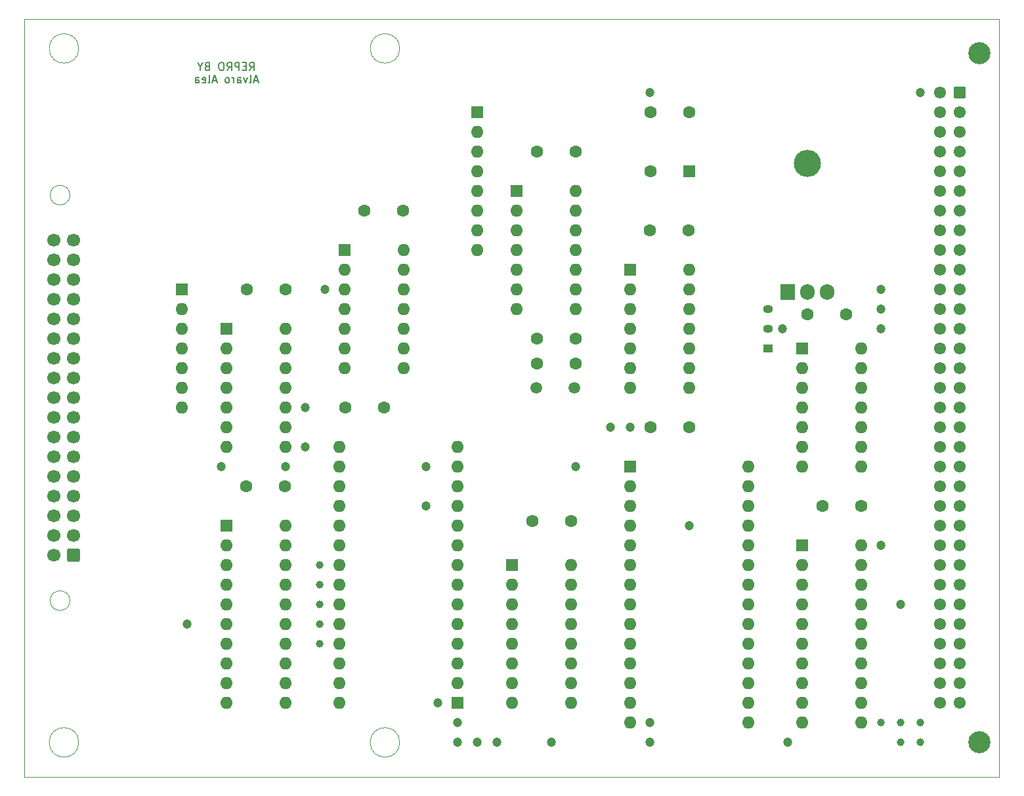
<source format=gbr>
%TF.GenerationSoftware,KiCad,Pcbnew,7.0.5-4d25ed1034~172~ubuntu22.04.1*%
%TF.CreationDate,2023-06-16T17:29:37+02:00*%
%TF.ProjectId,qdisk_v4,71646973-6b5f-4763-942e-6b696361645f,00*%
%TF.SameCoordinates,Original*%
%TF.FileFunction,Soldermask,Bot*%
%TF.FilePolarity,Negative*%
%FSLAX46Y46*%
G04 Gerber Fmt 4.6, Leading zero omitted, Abs format (unit mm)*
G04 Created by KiCad (PCBNEW 7.0.5-4d25ed1034~172~ubuntu22.04.1) date 2023-06-16 17:29:37*
%MOMM*%
%LPD*%
G01*
G04 APERTURE LIST*
G04 Aperture macros list*
%AMRoundRect*
0 Rectangle with rounded corners*
0 $1 Rounding radius*
0 $2 $3 $4 $5 $6 $7 $8 $9 X,Y pos of 4 corners*
0 Add a 4 corners polygon primitive as box body*
4,1,4,$2,$3,$4,$5,$6,$7,$8,$9,$2,$3,0*
0 Add four circle primitives for the rounded corners*
1,1,$1+$1,$2,$3*
1,1,$1+$1,$4,$5*
1,1,$1+$1,$6,$7*
1,1,$1+$1,$8,$9*
0 Add four rect primitives between the rounded corners*
20,1,$1+$1,$2,$3,$4,$5,0*
20,1,$1+$1,$4,$5,$6,$7,0*
20,1,$1+$1,$6,$7,$8,$9,0*
20,1,$1+$1,$8,$9,$2,$3,0*%
G04 Aperture macros list end*
%ADD10C,0.150000*%
%ADD11C,1.550000*%
%ADD12RoundRect,0.249999X0.525001X-0.525001X0.525001X0.525001X-0.525001X0.525001X-0.525001X-0.525001X0*%
%ADD13C,2.850000*%
%ADD14O,3.500000X3.500000*%
%ADD15R,1.905000X2.000000*%
%ADD16O,1.905000X2.000000*%
%ADD17C,1.600000*%
%ADD18R,1.600000X1.600000*%
%ADD19O,1.600000X1.600000*%
%ADD20C,1.500000*%
%ADD21RoundRect,0.250000X0.600000X0.600000X-0.600000X0.600000X-0.600000X-0.600000X0.600000X-0.600000X0*%
%ADD22C,1.700000*%
%ADD23R,1.300000X1.050000*%
%ADD24O,1.300000X1.050000*%
%ADD25C,1.200000*%
%ADD26C,1.000000*%
%TA.AperFunction,Profile*%
%ADD27C,0.050000*%
%TD*%
G04 APERTURE END LIST*
D10*
X100893190Y-51592819D02*
X101226523Y-51116628D01*
X101464618Y-51592819D02*
X101464618Y-50592819D01*
X101464618Y-50592819D02*
X101083666Y-50592819D01*
X101083666Y-50592819D02*
X100988428Y-50640438D01*
X100988428Y-50640438D02*
X100940809Y-50688057D01*
X100940809Y-50688057D02*
X100893190Y-50783295D01*
X100893190Y-50783295D02*
X100893190Y-50926152D01*
X100893190Y-50926152D02*
X100940809Y-51021390D01*
X100940809Y-51021390D02*
X100988428Y-51069009D01*
X100988428Y-51069009D02*
X101083666Y-51116628D01*
X101083666Y-51116628D02*
X101464618Y-51116628D01*
X100464618Y-51069009D02*
X100131285Y-51069009D01*
X99988428Y-51592819D02*
X100464618Y-51592819D01*
X100464618Y-51592819D02*
X100464618Y-50592819D01*
X100464618Y-50592819D02*
X99988428Y-50592819D01*
X99559856Y-51592819D02*
X99559856Y-50592819D01*
X99559856Y-50592819D02*
X99178904Y-50592819D01*
X99178904Y-50592819D02*
X99083666Y-50640438D01*
X99083666Y-50640438D02*
X99036047Y-50688057D01*
X99036047Y-50688057D02*
X98988428Y-50783295D01*
X98988428Y-50783295D02*
X98988428Y-50926152D01*
X98988428Y-50926152D02*
X99036047Y-51021390D01*
X99036047Y-51021390D02*
X99083666Y-51069009D01*
X99083666Y-51069009D02*
X99178904Y-51116628D01*
X99178904Y-51116628D02*
X99559856Y-51116628D01*
X97988428Y-51592819D02*
X98321761Y-51116628D01*
X98559856Y-51592819D02*
X98559856Y-50592819D01*
X98559856Y-50592819D02*
X98178904Y-50592819D01*
X98178904Y-50592819D02*
X98083666Y-50640438D01*
X98083666Y-50640438D02*
X98036047Y-50688057D01*
X98036047Y-50688057D02*
X97988428Y-50783295D01*
X97988428Y-50783295D02*
X97988428Y-50926152D01*
X97988428Y-50926152D02*
X98036047Y-51021390D01*
X98036047Y-51021390D02*
X98083666Y-51069009D01*
X98083666Y-51069009D02*
X98178904Y-51116628D01*
X98178904Y-51116628D02*
X98559856Y-51116628D01*
X97369380Y-50592819D02*
X97178904Y-50592819D01*
X97178904Y-50592819D02*
X97083666Y-50640438D01*
X97083666Y-50640438D02*
X96988428Y-50735676D01*
X96988428Y-50735676D02*
X96940809Y-50926152D01*
X96940809Y-50926152D02*
X96940809Y-51259485D01*
X96940809Y-51259485D02*
X96988428Y-51449961D01*
X96988428Y-51449961D02*
X97083666Y-51545200D01*
X97083666Y-51545200D02*
X97178904Y-51592819D01*
X97178904Y-51592819D02*
X97369380Y-51592819D01*
X97369380Y-51592819D02*
X97464618Y-51545200D01*
X97464618Y-51545200D02*
X97559856Y-51449961D01*
X97559856Y-51449961D02*
X97607475Y-51259485D01*
X97607475Y-51259485D02*
X97607475Y-50926152D01*
X97607475Y-50926152D02*
X97559856Y-50735676D01*
X97559856Y-50735676D02*
X97464618Y-50640438D01*
X97464618Y-50640438D02*
X97369380Y-50592819D01*
X95416999Y-51069009D02*
X95274142Y-51116628D01*
X95274142Y-51116628D02*
X95226523Y-51164247D01*
X95226523Y-51164247D02*
X95178904Y-51259485D01*
X95178904Y-51259485D02*
X95178904Y-51402342D01*
X95178904Y-51402342D02*
X95226523Y-51497580D01*
X95226523Y-51497580D02*
X95274142Y-51545200D01*
X95274142Y-51545200D02*
X95369380Y-51592819D01*
X95369380Y-51592819D02*
X95750332Y-51592819D01*
X95750332Y-51592819D02*
X95750332Y-50592819D01*
X95750332Y-50592819D02*
X95416999Y-50592819D01*
X95416999Y-50592819D02*
X95321761Y-50640438D01*
X95321761Y-50640438D02*
X95274142Y-50688057D01*
X95274142Y-50688057D02*
X95226523Y-50783295D01*
X95226523Y-50783295D02*
X95226523Y-50878533D01*
X95226523Y-50878533D02*
X95274142Y-50973771D01*
X95274142Y-50973771D02*
X95321761Y-51021390D01*
X95321761Y-51021390D02*
X95416999Y-51069009D01*
X95416999Y-51069009D02*
X95750332Y-51069009D01*
X94559856Y-51116628D02*
X94559856Y-51592819D01*
X94893189Y-50592819D02*
X94559856Y-51116628D01*
X94559856Y-51116628D02*
X94226523Y-50592819D01*
X101964619Y-52917104D02*
X101488429Y-52917104D01*
X102059857Y-53202819D02*
X101726524Y-52202819D01*
X101726524Y-52202819D02*
X101393191Y-53202819D01*
X100917000Y-53202819D02*
X101012238Y-53155200D01*
X101012238Y-53155200D02*
X101059857Y-53059961D01*
X101059857Y-53059961D02*
X101059857Y-52202819D01*
X100631285Y-52536152D02*
X100393190Y-53202819D01*
X100393190Y-53202819D02*
X100155095Y-52536152D01*
X99345571Y-53202819D02*
X99345571Y-52679009D01*
X99345571Y-52679009D02*
X99393190Y-52583771D01*
X99393190Y-52583771D02*
X99488428Y-52536152D01*
X99488428Y-52536152D02*
X99678904Y-52536152D01*
X99678904Y-52536152D02*
X99774142Y-52583771D01*
X99345571Y-53155200D02*
X99440809Y-53202819D01*
X99440809Y-53202819D02*
X99678904Y-53202819D01*
X99678904Y-53202819D02*
X99774142Y-53155200D01*
X99774142Y-53155200D02*
X99821761Y-53059961D01*
X99821761Y-53059961D02*
X99821761Y-52964723D01*
X99821761Y-52964723D02*
X99774142Y-52869485D01*
X99774142Y-52869485D02*
X99678904Y-52821866D01*
X99678904Y-52821866D02*
X99440809Y-52821866D01*
X99440809Y-52821866D02*
X99345571Y-52774247D01*
X98869380Y-53202819D02*
X98869380Y-52536152D01*
X98869380Y-52726628D02*
X98821761Y-52631390D01*
X98821761Y-52631390D02*
X98774142Y-52583771D01*
X98774142Y-52583771D02*
X98678904Y-52536152D01*
X98678904Y-52536152D02*
X98583666Y-52536152D01*
X98107475Y-53202819D02*
X98202713Y-53155200D01*
X98202713Y-53155200D02*
X98250332Y-53107580D01*
X98250332Y-53107580D02*
X98297951Y-53012342D01*
X98297951Y-53012342D02*
X98297951Y-52726628D01*
X98297951Y-52726628D02*
X98250332Y-52631390D01*
X98250332Y-52631390D02*
X98202713Y-52583771D01*
X98202713Y-52583771D02*
X98107475Y-52536152D01*
X98107475Y-52536152D02*
X97964618Y-52536152D01*
X97964618Y-52536152D02*
X97869380Y-52583771D01*
X97869380Y-52583771D02*
X97821761Y-52631390D01*
X97821761Y-52631390D02*
X97774142Y-52726628D01*
X97774142Y-52726628D02*
X97774142Y-53012342D01*
X97774142Y-53012342D02*
X97821761Y-53107580D01*
X97821761Y-53107580D02*
X97869380Y-53155200D01*
X97869380Y-53155200D02*
X97964618Y-53202819D01*
X97964618Y-53202819D02*
X98107475Y-53202819D01*
X96631284Y-52917104D02*
X96155094Y-52917104D01*
X96726522Y-53202819D02*
X96393189Y-52202819D01*
X96393189Y-52202819D02*
X96059856Y-53202819D01*
X95583665Y-53202819D02*
X95678903Y-53155200D01*
X95678903Y-53155200D02*
X95726522Y-53059961D01*
X95726522Y-53059961D02*
X95726522Y-52202819D01*
X94821760Y-53155200D02*
X94916998Y-53202819D01*
X94916998Y-53202819D02*
X95107474Y-53202819D01*
X95107474Y-53202819D02*
X95202712Y-53155200D01*
X95202712Y-53155200D02*
X95250331Y-53059961D01*
X95250331Y-53059961D02*
X95250331Y-52679009D01*
X95250331Y-52679009D02*
X95202712Y-52583771D01*
X95202712Y-52583771D02*
X95107474Y-52536152D01*
X95107474Y-52536152D02*
X94916998Y-52536152D01*
X94916998Y-52536152D02*
X94821760Y-52583771D01*
X94821760Y-52583771D02*
X94774141Y-52679009D01*
X94774141Y-52679009D02*
X94774141Y-52774247D01*
X94774141Y-52774247D02*
X95250331Y-52869485D01*
X93916998Y-53202819D02*
X93916998Y-52679009D01*
X93916998Y-52679009D02*
X93964617Y-52583771D01*
X93964617Y-52583771D02*
X94059855Y-52536152D01*
X94059855Y-52536152D02*
X94250331Y-52536152D01*
X94250331Y-52536152D02*
X94345569Y-52583771D01*
X93916998Y-53155200D02*
X94012236Y-53202819D01*
X94012236Y-53202819D02*
X94250331Y-53202819D01*
X94250331Y-53202819D02*
X94345569Y-53155200D01*
X94345569Y-53155200D02*
X94393188Y-53059961D01*
X94393188Y-53059961D02*
X94393188Y-52964723D01*
X94393188Y-52964723D02*
X94345569Y-52869485D01*
X94345569Y-52869485D02*
X94250331Y-52821866D01*
X94250331Y-52821866D02*
X94012236Y-52821866D01*
X94012236Y-52821866D02*
X93916998Y-52774247D01*
D11*
%TO.C,J1*%
X189992000Y-133223000D03*
X189992000Y-130683000D03*
X189992000Y-128143000D03*
X189992000Y-125603000D03*
X189992000Y-123063000D03*
X189992000Y-120523000D03*
X189992000Y-117983000D03*
X189992000Y-115443000D03*
X189992000Y-112903000D03*
X189992000Y-110363000D03*
X189992000Y-107823000D03*
X189992000Y-105283000D03*
X189992000Y-102743000D03*
X189992000Y-100203000D03*
X189992000Y-97663000D03*
X189992000Y-95123000D03*
X189992000Y-92583000D03*
X189992000Y-90043000D03*
X189992000Y-87503000D03*
X189992000Y-84963000D03*
X189992000Y-82423000D03*
X189992000Y-79883000D03*
X189992000Y-77343000D03*
X189992000Y-74803000D03*
X189992000Y-72263000D03*
X189992000Y-69723000D03*
X189992000Y-67183000D03*
X189992000Y-64643000D03*
X189992000Y-62103000D03*
X189992000Y-59563000D03*
X189992000Y-57023000D03*
X189992000Y-54483000D03*
X192532000Y-133223000D03*
X192532000Y-130683000D03*
X192532000Y-128143000D03*
X192532000Y-125603000D03*
X192532000Y-123063000D03*
X192532000Y-120523000D03*
X192532000Y-117983000D03*
X192532000Y-115443000D03*
X192532000Y-112903000D03*
X192532000Y-110363000D03*
X192532000Y-107823000D03*
X192532000Y-105283000D03*
X192532000Y-102743000D03*
X192532000Y-100203000D03*
X192532000Y-97663000D03*
X192532000Y-95123000D03*
X192532000Y-92583000D03*
X192532000Y-90043000D03*
X192532000Y-87503000D03*
X192532000Y-84963000D03*
X192532000Y-82423000D03*
X192532000Y-79883000D03*
X192532000Y-77343000D03*
X192532000Y-74803000D03*
X192532000Y-72263000D03*
X192532000Y-69723000D03*
X192532000Y-67183000D03*
X192532000Y-64643000D03*
X192532000Y-62103000D03*
X192532000Y-59563000D03*
X192532000Y-57023000D03*
D12*
X192532000Y-54483000D03*
D13*
X195072000Y-138303000D03*
X195072000Y-49403000D03*
%TD*%
D14*
%TO.C,U1*%
X172847000Y-63563000D03*
D15*
X170307000Y-80223000D03*
D16*
X172847000Y-80223000D03*
X175387000Y-80223000D03*
%TD*%
D17*
%TO.C,C6*%
X157607000Y-97663000D03*
X152607000Y-97663000D03*
%TD*%
%TO.C,C3*%
X157607000Y-57023000D03*
X152607000Y-57023000D03*
%TD*%
D18*
%TO.C,U9*%
X149987000Y-102743000D03*
D19*
X149987000Y-105283000D03*
X149987000Y-107823000D03*
X149987000Y-110363000D03*
X149987000Y-112903000D03*
X149987000Y-115443000D03*
X149987000Y-117983000D03*
X149987000Y-120523000D03*
X149987000Y-123063000D03*
X149987000Y-125603000D03*
X149987000Y-128143000D03*
X149987000Y-130683000D03*
X149987000Y-133223000D03*
X149987000Y-135763000D03*
X165227000Y-135763000D03*
X165227000Y-133223000D03*
X165227000Y-130683000D03*
X165227000Y-128143000D03*
X165227000Y-125603000D03*
X165227000Y-123063000D03*
X165227000Y-120523000D03*
X165227000Y-117983000D03*
X165227000Y-115443000D03*
X165227000Y-112903000D03*
X165227000Y-110363000D03*
X165227000Y-107823000D03*
X165227000Y-105283000D03*
X165227000Y-102743000D03*
%TD*%
D18*
%TO.C,U5*%
X172197000Y-112908000D03*
D19*
X172197000Y-115448000D03*
X172197000Y-117988000D03*
X172197000Y-120528000D03*
X172197000Y-123068000D03*
X172197000Y-125608000D03*
X172197000Y-128148000D03*
X172197000Y-130688000D03*
X172197000Y-133228000D03*
X172197000Y-135768000D03*
X179817000Y-135768000D03*
X179817000Y-133228000D03*
X179817000Y-130688000D03*
X179817000Y-128148000D03*
X179817000Y-125608000D03*
X179817000Y-123068000D03*
X179817000Y-120528000D03*
X179817000Y-117988000D03*
X179817000Y-115448000D03*
X179817000Y-112908000D03*
%TD*%
D18*
%TO.C,U6*%
X135382000Y-67183000D03*
D19*
X135382000Y-69723000D03*
X135382000Y-72263000D03*
X135382000Y-74803000D03*
X135382000Y-77343000D03*
X135382000Y-79883000D03*
X135382000Y-82423000D03*
X143002000Y-82423000D03*
X143002000Y-79883000D03*
X143002000Y-77343000D03*
X143002000Y-74803000D03*
X143002000Y-72263000D03*
X143002000Y-69723000D03*
X143002000Y-67183000D03*
%TD*%
D20*
%TO.C,Y1*%
X137922000Y-92553000D03*
X142822000Y-92553000D03*
%TD*%
D18*
%TO.C,U8*%
X97917000Y-110363000D03*
D19*
X97917000Y-112903000D03*
X97917000Y-115443000D03*
X97917000Y-117983000D03*
X97917000Y-120523000D03*
X97917000Y-123063000D03*
X97917000Y-125603000D03*
X97917000Y-128143000D03*
X97917000Y-130683000D03*
X97917000Y-133223000D03*
X105537000Y-133223000D03*
X105537000Y-130683000D03*
X105537000Y-128143000D03*
X105537000Y-125603000D03*
X105537000Y-123063000D03*
X105537000Y-120523000D03*
X105537000Y-117983000D03*
X105537000Y-115443000D03*
X105537000Y-112903000D03*
X105537000Y-110363000D03*
%TD*%
D21*
%TO.C,J2*%
X78232000Y-114173000D03*
D22*
X75692000Y-114173000D03*
X78232000Y-111633000D03*
X75692000Y-111633000D03*
X78232000Y-109093000D03*
X75692000Y-109093000D03*
X78232000Y-106553000D03*
X75692000Y-106553000D03*
X78232000Y-104013000D03*
X75692000Y-104013000D03*
X78232000Y-101473000D03*
X75692000Y-101473000D03*
X78232000Y-98933000D03*
X75692000Y-98933000D03*
X78232000Y-96393000D03*
X75692000Y-96393000D03*
X78232000Y-93853000D03*
X75692000Y-93853000D03*
X78232000Y-91313000D03*
X75692000Y-91313000D03*
X78232000Y-88773000D03*
X75692000Y-88773000D03*
X78232000Y-86233000D03*
X75692000Y-86233000D03*
X78232000Y-83693000D03*
X75692000Y-83693000D03*
X78232000Y-81153000D03*
X75692000Y-81153000D03*
X78232000Y-78613000D03*
X75692000Y-78613000D03*
X78232000Y-76073000D03*
X75692000Y-76073000D03*
X78232000Y-73533000D03*
X75692000Y-73533000D03*
%TD*%
D17*
%TO.C,C5*%
X157567000Y-72263000D03*
X152567000Y-72263000D03*
%TD*%
%TO.C,C12*%
X118237000Y-95123000D03*
X113237000Y-95123000D03*
%TD*%
D18*
%TO.C,U4*%
X149987000Y-77343000D03*
D19*
X149987000Y-79883000D03*
X149987000Y-82423000D03*
X149987000Y-84963000D03*
X149987000Y-87503000D03*
X149987000Y-90043000D03*
X149987000Y-92583000D03*
X157607000Y-92583000D03*
X157607000Y-90043000D03*
X157607000Y-87503000D03*
X157607000Y-84963000D03*
X157607000Y-82423000D03*
X157607000Y-79883000D03*
X157607000Y-77343000D03*
%TD*%
D18*
%TO.C,U10*%
X127762000Y-133223000D03*
D19*
X127762000Y-130683000D03*
X127762000Y-128143000D03*
X127762000Y-125603000D03*
X127762000Y-123063000D03*
X127762000Y-120523000D03*
X127762000Y-117983000D03*
X127762000Y-115443000D03*
X127762000Y-112903000D03*
X127762000Y-110363000D03*
X127762000Y-107823000D03*
X127762000Y-105283000D03*
X127762000Y-102743000D03*
X127762000Y-100203000D03*
X112522000Y-100203000D03*
X112522000Y-102743000D03*
X112522000Y-105283000D03*
X112522000Y-107823000D03*
X112522000Y-110363000D03*
X112522000Y-112903000D03*
X112522000Y-115443000D03*
X112522000Y-117983000D03*
X112522000Y-120523000D03*
X112522000Y-123063000D03*
X112522000Y-125603000D03*
X112522000Y-128143000D03*
X112522000Y-130683000D03*
X112522000Y-133223000D03*
%TD*%
D18*
%TO.C,C4*%
X157607000Y-64643000D03*
D17*
X152607000Y-64643000D03*
%TD*%
%TO.C,C14*%
X105457000Y-105283000D03*
X100457000Y-105283000D03*
%TD*%
D18*
%TO.C,RP1*%
X130302000Y-57023000D03*
D19*
X130302000Y-59563000D03*
X130302000Y-62103000D03*
X130302000Y-64643000D03*
X130302000Y-67183000D03*
X130302000Y-69723000D03*
X130302000Y-72263000D03*
X130302000Y-74803000D03*
%TD*%
D17*
%TO.C,C8*%
X138002000Y-86233000D03*
X143002000Y-86233000D03*
%TD*%
D18*
%TO.C,RP2*%
X92202000Y-79883000D03*
D19*
X92202000Y-82423000D03*
X92202000Y-84963000D03*
X92202000Y-87503000D03*
X92202000Y-90043000D03*
X92202000Y-92583000D03*
X92202000Y-95123000D03*
%TD*%
D17*
%TO.C,C2*%
X179832000Y-107823000D03*
X174832000Y-107823000D03*
%TD*%
%TO.C,C1*%
X177887000Y-83058000D03*
X172887000Y-83058000D03*
%TD*%
D18*
%TO.C,U7*%
X97917000Y-84958000D03*
D19*
X97917000Y-87498000D03*
X97917000Y-90038000D03*
X97917000Y-92578000D03*
X97917000Y-95118000D03*
X97917000Y-97658000D03*
X97917000Y-100198000D03*
X105537000Y-100198000D03*
X105537000Y-97658000D03*
X105537000Y-95118000D03*
X105537000Y-92578000D03*
X105537000Y-90038000D03*
X105537000Y-87498000D03*
X105537000Y-84958000D03*
%TD*%
D17*
%TO.C,C10*%
X142367000Y-109728000D03*
X137367000Y-109728000D03*
%TD*%
D23*
%TO.C,Q1*%
X167767000Y-87503000D03*
D24*
X167767000Y-84963000D03*
X167767000Y-82423000D03*
%TD*%
D17*
%TO.C,C9*%
X138002000Y-89408000D03*
X143002000Y-89408000D03*
%TD*%
D18*
%TO.C,U3*%
X113157000Y-74803000D03*
D19*
X113157000Y-77343000D03*
X113157000Y-79883000D03*
X113157000Y-82423000D03*
X113157000Y-84963000D03*
X113157000Y-87503000D03*
X113157000Y-90043000D03*
X120777000Y-90043000D03*
X120777000Y-87503000D03*
X120777000Y-84963000D03*
X120777000Y-82423000D03*
X120777000Y-79883000D03*
X120777000Y-77343000D03*
X120777000Y-74803000D03*
%TD*%
D17*
%TO.C,C11*%
X120737000Y-69723000D03*
X115737000Y-69723000D03*
%TD*%
%TO.C,C7*%
X143002000Y-62103000D03*
X138002000Y-62103000D03*
%TD*%
D18*
%TO.C,U11*%
X134747000Y-115443000D03*
D19*
X134747000Y-117983000D03*
X134747000Y-120523000D03*
X134747000Y-123063000D03*
X134747000Y-125603000D03*
X134747000Y-128143000D03*
X134747000Y-130683000D03*
X134747000Y-133223000D03*
X142367000Y-133223000D03*
X142367000Y-130683000D03*
X142367000Y-128143000D03*
X142367000Y-125603000D03*
X142367000Y-123063000D03*
X142367000Y-120523000D03*
X142367000Y-117983000D03*
X142367000Y-115443000D03*
%TD*%
D17*
%TO.C,C13*%
X105537000Y-79883000D03*
X100537000Y-79883000D03*
%TD*%
D18*
%TO.C,U2*%
X172212000Y-87503000D03*
D19*
X172212000Y-90043000D03*
X172212000Y-92583000D03*
X172212000Y-95123000D03*
X172212000Y-97663000D03*
X172212000Y-100203000D03*
X172212000Y-102743000D03*
X179832000Y-102743000D03*
X179832000Y-100203000D03*
X179832000Y-97663000D03*
X179832000Y-95123000D03*
X179832000Y-92583000D03*
X179832000Y-90043000D03*
X179832000Y-87503000D03*
%TD*%
D25*
X108077000Y-95123000D03*
X182372000Y-112903000D03*
X152527000Y-54483000D03*
X149987000Y-97663000D03*
X182372000Y-79883000D03*
X182372000Y-82423000D03*
X182372000Y-84963000D03*
X184912000Y-120523000D03*
X187452000Y-54483000D03*
X147447000Y-97663000D03*
D26*
X182372000Y-135763000D03*
D25*
X152527000Y-135763000D03*
X130302000Y-138303000D03*
X152527000Y-138303000D03*
D26*
X184912000Y-135763000D03*
D25*
X132842000Y-138303000D03*
D26*
X184912000Y-138303000D03*
D25*
X125222000Y-133223000D03*
X170307000Y-138303000D03*
D26*
X187452000Y-135763000D03*
D25*
X127762000Y-138303000D03*
D26*
X187452000Y-138303000D03*
D25*
X139827000Y-138303000D03*
X92837000Y-123063000D03*
X97282000Y-102743000D03*
X108077000Y-100203000D03*
X127762000Y-135763000D03*
X157607000Y-110363000D03*
X169672000Y-84963000D03*
X110617000Y-79883000D03*
D26*
X109982000Y-115443000D03*
X109982000Y-117983000D03*
X109982000Y-123063000D03*
X109982000Y-120523000D03*
X109982000Y-125603000D03*
D25*
X123698000Y-107823000D03*
X105537000Y-102743000D03*
X123698000Y-102743000D03*
X143002000Y-102743000D03*
D27*
X197612000Y-44958000D02*
X71882000Y-44958000D01*
X77724000Y-67691000D02*
G75*
G03*
X77724000Y-67691000I-1270000J0D01*
G01*
X77724000Y-120015000D02*
G75*
G03*
X77724000Y-120015000I-1270000J0D01*
G01*
X78867000Y-48768000D02*
G75*
G03*
X78867000Y-48768000I-1905000J0D01*
G01*
X120269000Y-138303000D02*
G75*
G03*
X120269000Y-138303000I-1905000J0D01*
G01*
X197612000Y-142748000D02*
X197612000Y-44958000D01*
X71882000Y-44958000D02*
X71882000Y-142748000D01*
X120269000Y-48768000D02*
G75*
G03*
X120269000Y-48768000I-1905000J0D01*
G01*
X71882000Y-142748000D02*
X197612000Y-142748000D01*
X78867000Y-138303000D02*
G75*
G03*
X78867000Y-138303000I-1905000J0D01*
G01*
M02*

</source>
